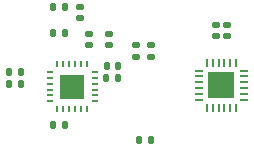
<source format=gbr>
%TF.GenerationSoftware,KiCad,Pcbnew,8.0.5*%
%TF.CreationDate,2025-05-23T17:53:05-04:00*%
%TF.ProjectId,tcg_counter,7463675f-636f-4756-9e74-65722e6b6963,1*%
%TF.SameCoordinates,Original*%
%TF.FileFunction,Paste,Bot*%
%TF.FilePolarity,Positive*%
%FSLAX46Y46*%
G04 Gerber Fmt 4.6, Leading zero omitted, Abs format (unit mm)*
G04 Created by KiCad (PCBNEW 8.0.5) date 2025-05-23 17:53:05*
%MOMM*%
%LPD*%
G01*
G04 APERTURE LIST*
G04 Aperture macros list*
%AMRoundRect*
0 Rectangle with rounded corners*
0 $1 Rounding radius*
0 $2 $3 $4 $5 $6 $7 $8 $9 X,Y pos of 4 corners*
0 Add a 4 corners polygon primitive as box body*
4,1,4,$2,$3,$4,$5,$6,$7,$8,$9,$2,$3,0*
0 Add four circle primitives for the rounded corners*
1,1,$1+$1,$2,$3*
1,1,$1+$1,$4,$5*
1,1,$1+$1,$6,$7*
1,1,$1+$1,$8,$9*
0 Add four rect primitives between the rounded corners*
20,1,$1+$1,$2,$3,$4,$5,0*
20,1,$1+$1,$4,$5,$6,$7,0*
20,1,$1+$1,$6,$7,$8,$9,0*
20,1,$1+$1,$8,$9,$2,$3,0*%
G04 Aperture macros list end*
%ADD10R,0.025400X0.025400*%
%ADD11O,0.240000X0.599999*%
%ADD12O,0.599999X0.240000*%
%ADD13R,2.100001X2.100001*%
%ADD14RoundRect,0.140000X0.170000X-0.140000X0.170000X0.140000X-0.170000X0.140000X-0.170000X-0.140000X0*%
%ADD15RoundRect,0.135000X-0.185000X0.135000X-0.185000X-0.135000X0.185000X-0.135000X0.185000X0.135000X0*%
%ADD16RoundRect,0.140000X-0.140000X-0.170000X0.140000X-0.170000X0.140000X0.170000X-0.140000X0.170000X0*%
%ADD17RoundRect,0.140000X-0.170000X0.140000X-0.170000X-0.140000X0.170000X-0.140000X0.170000X0.140000X0*%
%ADD18RoundRect,0.140000X0.140000X0.170000X-0.140000X0.170000X-0.140000X-0.170000X0.140000X-0.170000X0*%
%ADD19R,0.711200X0.254000*%
%ADD20R,0.254000X0.711200*%
%ADD21R,2.311400X2.311400*%
%ADD22RoundRect,0.135000X0.135000X0.185000X-0.135000X0.185000X-0.135000X-0.185000X0.135000X-0.185000X0*%
G04 APERTURE END LIST*
D10*
%TO.C,U3*%
X135100001Y-104000000D03*
D11*
X133850001Y-102100001D03*
X134350000Y-102100001D03*
X134850001Y-102100001D03*
X135350001Y-102100001D03*
X135850002Y-102100001D03*
X136350001Y-102100001D03*
D12*
X137000000Y-102750000D03*
X137000000Y-103249999D03*
X137000000Y-103750000D03*
X137000000Y-104250000D03*
X137000000Y-104750001D03*
X137000000Y-105250000D03*
D11*
X136350001Y-105899999D03*
X135850002Y-105899999D03*
X135350001Y-105899999D03*
X134850001Y-105899999D03*
X134350000Y-105899999D03*
X133850001Y-105899999D03*
D12*
X133200002Y-105250000D03*
X133200002Y-104750001D03*
X133200002Y-104250000D03*
X133200002Y-103750000D03*
X133200002Y-103249999D03*
X133200002Y-102750000D03*
D13*
X135100001Y-104000000D03*
%TD*%
D14*
%TO.C,C2*%
X135750000Y-98230000D03*
X135750000Y-97270000D03*
%TD*%
D15*
%TO.C,R5*%
X141750000Y-100490000D03*
X141750000Y-101510000D03*
%TD*%
D16*
%TO.C,C5*%
X138020000Y-102250000D03*
X138980000Y-102250000D03*
%TD*%
%TO.C,C9*%
X133500000Y-107250000D03*
X134460000Y-107250000D03*
%TD*%
D15*
%TO.C,R4*%
X140500000Y-100490000D03*
X140500000Y-101510000D03*
%TD*%
D17*
%TO.C,C7*%
X138250000Y-99540000D03*
X138250000Y-100500000D03*
%TD*%
D18*
%TO.C,C3*%
X130750000Y-102750000D03*
X129790000Y-102750000D03*
%TD*%
D19*
%TO.C,U1*%
X149642301Y-102642300D03*
X149642301Y-103142299D03*
X149642301Y-103642300D03*
X149642301Y-104142300D03*
X149642301Y-104642301D03*
X149642301Y-105142300D03*
D20*
X149000001Y-105784600D03*
X148500002Y-105784600D03*
X148000001Y-105784600D03*
X147500001Y-105784600D03*
X147000000Y-105784600D03*
X146500001Y-105784600D03*
D19*
X145857701Y-105142300D03*
X145857701Y-104642301D03*
X145857701Y-104142300D03*
X145857701Y-103642300D03*
X145857701Y-103142299D03*
X145857701Y-102642300D03*
D20*
X146500001Y-102000000D03*
X147000000Y-102000000D03*
X147500001Y-102000000D03*
X148000001Y-102000000D03*
X148500002Y-102000000D03*
X149000001Y-102000000D03*
D21*
X147750001Y-103892300D03*
%TD*%
D14*
%TO.C,C11*%
X148250000Y-99750000D03*
X148250000Y-98790000D03*
%TD*%
D16*
%TO.C,C8*%
X133520000Y-97250000D03*
X134480000Y-97250000D03*
%TD*%
D22*
%TO.C,R1*%
X141760000Y-108500000D03*
X140740000Y-108500000D03*
%TD*%
D18*
%TO.C,C4*%
X130750000Y-103750000D03*
X129790000Y-103750000D03*
%TD*%
D14*
%TO.C,C12*%
X147250000Y-99750000D03*
X147250000Y-98790000D03*
%TD*%
D16*
%TO.C,C10*%
X133520000Y-99500000D03*
X134480000Y-99500000D03*
%TD*%
D14*
%TO.C,C1*%
X136500000Y-100500000D03*
X136500000Y-99540000D03*
%TD*%
D16*
%TO.C,C6*%
X138000000Y-103250000D03*
X138960000Y-103250000D03*
%TD*%
M02*

</source>
